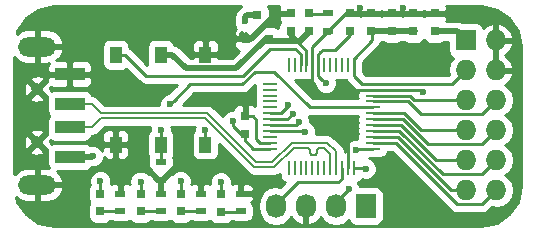
<source format=gbr>
G04 #@! TF.FileFunction,Copper,L1,Top,Signal*
%FSLAX46Y46*%
G04 Gerber Fmt 4.6, Leading zero omitted, Abs format (unit mm)*
G04 Created by KiCad (PCBNEW (2016-09-30 revision 278ee7d)-makepkg) date Sun Nov 13 05:54:16 2016*
%MOMM*%
%LPD*%
G01*
G04 APERTURE LIST*
%ADD10C,0.100000*%
%ADD11C,0.600000*%
%ADD12R,0.750000X0.800000*%
%ADD13R,0.797560X0.797560*%
%ADD14R,0.900000X0.500000*%
%ADD15R,0.250000X1.300000*%
%ADD16R,1.300000X0.250000*%
%ADD17R,2.500000X1.100000*%
%ADD18O,3.225600X1.625600*%
%ADD19C,1.000000*%
%ADD20R,1.727200X2.032000*%
%ADD21O,1.727200X2.032000*%
%ADD22O,1.727200X1.727200*%
%ADD23R,1.727200X1.727200*%
%ADD24R,1.000000X1.400000*%
%ADD25R,0.800100X0.800100*%
%ADD26C,0.508000*%
%ADD27C,0.254000*%
%ADD28C,0.203200*%
G04 APERTURE END LIST*
D10*
D11*
X82225000Y-65350000D03*
X83800000Y-68300000D03*
X83350000Y-50875000D03*
X79675000Y-50875000D03*
X82200000Y-55550000D03*
X78000000Y-57850000D03*
X78250000Y-60550000D03*
X56300000Y-53250000D03*
X60950000Y-62050000D03*
X83125000Y-64125000D03*
X84075000Y-65675000D03*
X68100000Y-58400000D03*
X61700000Y-64500000D03*
X65200000Y-51050000D03*
X55700000Y-67300000D03*
X68650000Y-54600000D03*
D12*
X82400000Y-52800000D03*
X82400000Y-51300000D03*
X69950000Y-61500000D03*
X69950000Y-60000000D03*
X73800000Y-52800000D03*
X73800000Y-51300000D03*
X84200000Y-52800000D03*
X84200000Y-51300000D03*
D13*
X75400000Y-52799300D03*
X75400000Y-51300700D03*
D14*
X62800000Y-65400000D03*
X62800000Y-63900000D03*
D15*
X79150000Y-55650000D03*
X78650000Y-55650000D03*
X78150000Y-55650000D03*
X77650000Y-55650000D03*
X77150000Y-55650000D03*
X76650000Y-55650000D03*
X76150000Y-55650000D03*
X75650000Y-55650000D03*
X75150000Y-55650000D03*
X74650000Y-55650000D03*
X74150000Y-55650000D03*
X73650000Y-55650000D03*
D16*
X72050000Y-57250000D03*
X72050000Y-57750000D03*
X72050000Y-58250000D03*
X72050000Y-58750000D03*
X72050000Y-59250000D03*
X72050000Y-59750000D03*
X72050000Y-60250000D03*
X72050000Y-60750000D03*
X72050000Y-61250000D03*
X72050000Y-61750000D03*
X72050000Y-62250000D03*
X72050000Y-62750000D03*
D15*
X73650000Y-64350000D03*
X74150000Y-64350000D03*
X74650000Y-64350000D03*
X75150000Y-64350000D03*
X75650000Y-64350000D03*
X76150000Y-64350000D03*
X76650000Y-64350000D03*
X77150000Y-64350000D03*
X77650000Y-64350000D03*
X78150000Y-64350000D03*
X78650000Y-64350000D03*
X79150000Y-64350000D03*
D16*
X80750000Y-62750000D03*
X80750000Y-62250000D03*
X80750000Y-61750000D03*
X80750000Y-61250000D03*
X80750000Y-60750000D03*
X80750000Y-60250000D03*
X80750000Y-59750000D03*
X80750000Y-59250000D03*
X80750000Y-58750000D03*
X80750000Y-58250000D03*
X80750000Y-57750000D03*
X80750000Y-57250000D03*
D14*
X77000000Y-51300000D03*
X77000000Y-52800000D03*
D17*
X55100000Y-56450000D03*
X55100000Y-58950000D03*
X55100000Y-60950000D03*
X55100000Y-63450000D03*
D18*
X52350000Y-54100000D03*
X52350000Y-65800000D03*
D19*
X52350000Y-57700000D03*
X52350000Y-62200000D03*
D12*
X80600000Y-52800000D03*
X80600000Y-51300000D03*
D20*
X80180000Y-67600000D03*
D21*
X77640000Y-67600000D03*
X75100000Y-67600000D03*
X72560000Y-67600000D03*
D12*
X78800000Y-52800000D03*
X78800000Y-51300000D03*
D13*
X57700000Y-66550700D03*
X57700000Y-68049300D03*
X61100000Y-66550700D03*
X61100000Y-68049300D03*
X64500000Y-66550700D03*
X64500000Y-68049300D03*
X67900000Y-66600000D03*
X67900000Y-68098600D03*
D14*
X59400000Y-68050000D03*
X59400000Y-66550000D03*
X62800000Y-68050000D03*
X62800000Y-66550000D03*
X66200000Y-68050000D03*
X66200000Y-66550000D03*
X69600000Y-68050000D03*
X69600000Y-66550000D03*
D22*
X91190000Y-66270000D03*
X88650000Y-66270000D03*
X91190000Y-63730000D03*
X88650000Y-63730000D03*
X91190000Y-61190000D03*
X88650000Y-61190000D03*
X91190000Y-58650000D03*
X88650000Y-58650000D03*
X91190000Y-56110000D03*
X88650000Y-56110000D03*
X91190000Y-53570000D03*
D23*
X88650000Y-53570000D03*
D24*
X62800000Y-62400000D03*
X62800000Y-54800000D03*
X66600000Y-62400000D03*
X66600000Y-54800000D03*
X59000000Y-62400000D03*
X59000000Y-54800000D03*
D25*
X71000000Y-51451780D03*
X71950000Y-53450760D03*
X70050000Y-53450760D03*
D12*
X86000000Y-52800000D03*
X86000000Y-51300000D03*
D11*
X80199996Y-64450000D03*
X68900000Y-60400000D03*
X74300008Y-53600000D03*
X78200000Y-61750000D03*
X72550000Y-51350000D03*
X85000000Y-57922990D03*
X75950002Y-58225000D03*
X69925000Y-51975000D03*
X57050000Y-63400000D03*
X76775000Y-57200000D03*
X66600000Y-61200000D03*
X73550000Y-59050000D03*
X57700001Y-65500000D03*
X61100000Y-65550000D03*
X74000000Y-59800000D03*
X64500002Y-65500000D03*
X74536857Y-60505514D03*
X75050000Y-61350000D03*
X67900000Y-65600000D03*
X78750000Y-66150000D03*
X79350000Y-62850000D03*
X62800000Y-61200000D03*
X63600000Y-59000000D03*
D26*
X68400000Y-55932201D02*
X68375000Y-55957201D01*
X64965201Y-55957201D02*
X68375000Y-55957201D01*
X68375000Y-55957201D02*
X69213457Y-55957201D01*
X88485000Y-56275000D02*
X88650000Y-56110000D01*
D27*
X80700000Y-53575000D02*
X80700000Y-53196000D01*
X79150000Y-55125000D02*
X80700000Y-53575000D01*
X80700000Y-53196000D02*
X80700000Y-52800000D01*
X79150000Y-55650000D02*
X79150000Y-55125000D01*
D26*
X73800000Y-52800000D02*
X73800000Y-53099992D01*
X73800000Y-53099992D02*
X74300008Y-53600000D01*
X74300008Y-53600000D02*
X71749240Y-53600000D01*
X71749240Y-53600000D02*
X71600000Y-53450760D01*
D27*
X80099996Y-64350000D02*
X80199996Y-64450000D01*
X79150000Y-64350000D02*
X80099996Y-64350000D01*
X69950000Y-61500000D02*
X69950000Y-62050000D01*
X69950000Y-62050000D02*
X70650000Y-62750000D01*
X70650000Y-62750000D02*
X72050000Y-62750000D01*
X69950000Y-61500000D02*
X69600000Y-61500000D01*
X69600000Y-61500000D02*
X68900000Y-60800000D01*
X68900000Y-60800000D02*
X68900000Y-60400000D01*
X80750000Y-57250000D02*
X87510000Y-57250000D01*
X87510000Y-57250000D02*
X88650000Y-56110000D01*
D26*
X62800000Y-54800000D02*
X63808000Y-54800000D01*
X63808000Y-54800000D02*
X64965201Y-55957201D01*
X69213457Y-55957201D02*
X71600000Y-53570658D01*
X71600000Y-53570658D02*
X71600000Y-53450760D01*
X75400000Y-52849300D02*
X75350700Y-52849300D01*
X75350700Y-52849300D02*
X74600000Y-53600000D01*
X74600000Y-53600000D02*
X74300008Y-53600000D01*
D27*
X75150000Y-55650000D02*
X75150000Y-54449992D01*
X75150000Y-54449992D02*
X74600007Y-53899999D01*
X74600007Y-53899999D02*
X74300008Y-53600000D01*
X80750000Y-57250000D02*
X79846000Y-57250000D01*
X79846000Y-57250000D02*
X79150000Y-56554000D01*
X79150000Y-56554000D02*
X79150000Y-55650000D01*
D26*
X82500000Y-52800000D02*
X80700000Y-52800000D01*
X84300000Y-52800000D02*
X82500000Y-52800000D01*
X80700000Y-52800000D02*
X80607210Y-52800000D01*
X62800000Y-65400000D02*
X62600000Y-65400000D01*
X62600000Y-65400000D02*
X61700000Y-64500000D01*
X63000000Y-65400000D02*
X64425000Y-63975000D01*
X70050000Y-53450760D02*
X70449240Y-53450760D01*
X70449240Y-53450760D02*
X72550000Y-51350000D01*
X70050000Y-53450760D02*
X70050000Y-53100000D01*
X69700000Y-53450760D02*
X69700000Y-53075000D01*
X69700000Y-53450760D02*
X69700000Y-53127698D01*
X72250001Y-51649999D02*
X72550000Y-51350000D01*
D27*
X75650000Y-55650000D02*
X75650000Y-57924998D01*
X62800000Y-65400000D02*
X62800000Y-66550000D01*
X75650000Y-55650000D02*
X75650000Y-54125000D01*
X75650000Y-54125000D02*
X76975000Y-52800000D01*
X76975000Y-52800000D02*
X77000000Y-52800000D01*
X77000000Y-52800000D02*
X78500000Y-51300000D01*
X78500000Y-51300000D02*
X78800000Y-51300000D01*
X78550000Y-51300000D02*
X78800000Y-51300000D01*
X78499999Y-62049999D02*
X78200000Y-61750000D01*
X78650000Y-62200000D02*
X78499999Y-62049999D01*
X78650000Y-64350000D02*
X78650000Y-62200000D01*
X72050000Y-62250000D02*
X71180638Y-62250000D01*
X70900000Y-60300000D02*
X70600000Y-60000000D01*
X71180638Y-62250000D02*
X70900000Y-61969362D01*
X70900000Y-61969362D02*
X70900000Y-60300000D01*
X70600000Y-60000000D02*
X69950000Y-60000000D01*
X73850000Y-51350000D02*
X72550000Y-51350000D01*
X69800000Y-59675000D02*
X69800000Y-59650000D01*
X63000000Y-65400000D02*
X62800000Y-65400000D01*
X55100000Y-56450000D02*
X55100000Y-53200000D01*
X55100000Y-53200000D02*
X57000000Y-51300000D01*
X57000000Y-51300000D02*
X59200000Y-51300000D01*
X80750000Y-57750000D02*
X84827010Y-57750000D01*
X84827010Y-57750000D02*
X85000000Y-57922990D01*
X76374266Y-58225000D02*
X75950002Y-58225000D01*
X78000000Y-57850000D02*
X77625000Y-58225000D01*
X75650003Y-57925001D02*
X75950002Y-58225000D01*
X75650000Y-57924998D02*
X75650003Y-57925001D01*
X77625000Y-58225000D02*
X76374266Y-58225000D01*
X80750000Y-57750000D02*
X78100000Y-57750000D01*
X78100000Y-57750000D02*
X78000000Y-57850000D01*
D26*
X69925000Y-51618730D02*
X69925000Y-51975000D01*
X71000000Y-51451780D02*
X70091950Y-51451780D01*
X70091950Y-51451780D02*
X69925000Y-51618730D01*
X86100000Y-52800000D02*
X87880000Y-52800000D01*
X87880000Y-52800000D02*
X88650000Y-53570000D01*
X57000000Y-63450000D02*
X57050000Y-63400000D01*
X55100000Y-63450000D02*
X57000000Y-63450000D01*
D27*
X77000000Y-51350000D02*
X75400700Y-51350000D01*
X75400700Y-51350000D02*
X75400000Y-51350700D01*
X57700000Y-68049300D02*
X59399300Y-68049300D01*
X59399300Y-68049300D02*
X59400000Y-68050000D01*
X61100000Y-68049300D02*
X62799300Y-68049300D01*
X62799300Y-68049300D02*
X62800000Y-68050000D01*
X64500000Y-68049300D02*
X66199300Y-68049300D01*
X66199300Y-68049300D02*
X66200000Y-68050000D01*
X67900000Y-68098600D02*
X69551400Y-68098600D01*
X69551400Y-68098600D02*
X69600000Y-68050000D01*
X76194799Y-54735839D02*
X76330638Y-54600000D01*
X76330638Y-54600000D02*
X76555638Y-54375000D01*
X76150000Y-55650000D02*
X76150000Y-54780638D01*
X76150000Y-54780638D02*
X76330638Y-54600000D01*
X76475001Y-56900001D02*
X76775000Y-57200000D01*
X76150000Y-55650000D02*
X76150000Y-56575000D01*
X76150000Y-56575000D02*
X76475001Y-56900001D01*
X76555638Y-54375000D02*
X77575000Y-54375000D01*
X77575000Y-54375000D02*
X78800000Y-53150000D01*
X78800000Y-53150000D02*
X78800000Y-52800000D01*
X76150000Y-55650000D02*
X76150000Y-55150000D01*
X66600000Y-62400000D02*
X66600000Y-61200000D01*
X73550000Y-59154000D02*
X73550000Y-59050000D01*
X72050000Y-59750000D02*
X72954000Y-59750000D01*
X72954000Y-59750000D02*
X73550000Y-59154000D01*
X57700000Y-66550700D02*
X57700000Y-65500000D01*
X61100000Y-66550700D02*
X61100000Y-65500000D01*
X73550000Y-60250000D02*
X73700001Y-60099999D01*
X72050000Y-60250000D02*
X73550000Y-60250000D01*
X73700001Y-60099999D02*
X74000000Y-59800000D01*
X64500000Y-66550700D02*
X64500000Y-65500000D01*
X72050000Y-60750000D02*
X74292371Y-60750000D01*
X74292371Y-60750000D02*
X74536857Y-60505514D01*
X74950000Y-61250000D02*
X75050000Y-61350000D01*
X72050000Y-61250000D02*
X74950000Y-61250000D01*
X67900000Y-66600000D02*
X67900000Y-65600000D01*
X87428686Y-58650000D02*
X88650000Y-58650000D01*
X84296592Y-58650000D02*
X87428686Y-58650000D01*
X83896592Y-58250000D02*
X84296592Y-58650000D01*
X80750000Y-58250000D02*
X83896592Y-58250000D01*
X89996199Y-59843801D02*
X90326401Y-59513599D01*
X80750000Y-58750000D02*
X83750000Y-58750000D01*
X83750000Y-58750000D02*
X84843801Y-59843801D01*
X84843801Y-59843801D02*
X89996199Y-59843801D01*
X90326401Y-59513599D02*
X91190000Y-58650000D01*
X80750000Y-59750000D02*
X81350000Y-59750000D01*
X80750000Y-59750000D02*
X83450000Y-59750000D01*
X83450000Y-59750000D02*
X84890000Y-61190000D01*
X84890000Y-61190000D02*
X88650000Y-61190000D01*
X80750000Y-60250000D02*
X83303408Y-60250000D01*
X89996199Y-62383801D02*
X90326401Y-62053599D01*
X90326401Y-62053599D02*
X91190000Y-61190000D01*
X83303408Y-60250000D02*
X85437209Y-62383801D01*
X85437209Y-62383801D02*
X89996199Y-62383801D01*
X87428686Y-63730000D02*
X88650000Y-63730000D01*
X86136815Y-63730000D02*
X87428686Y-63730000D01*
X80750000Y-60750000D02*
X83156815Y-60750000D01*
X83156815Y-60750000D02*
X86136815Y-63730000D01*
X86684023Y-64923801D02*
X89996199Y-64923801D01*
X80750000Y-61250000D02*
X83010222Y-61250000D01*
X90326401Y-64593599D02*
X91190000Y-63730000D01*
X89996199Y-64923801D02*
X90326401Y-64593599D01*
X83010222Y-61250000D02*
X86684023Y-64923801D01*
X87428686Y-66270000D02*
X88650000Y-66270000D01*
X87383629Y-66270000D02*
X87428686Y-66270000D01*
X80750000Y-61750000D02*
X82863629Y-61750000D01*
X82863629Y-61750000D02*
X87383629Y-66270000D01*
X89996199Y-67463801D02*
X90326401Y-67133599D01*
X87913801Y-67463801D02*
X89996199Y-67463801D01*
X82700000Y-62250000D02*
X87913801Y-67463801D01*
X90326401Y-67133599D02*
X91190000Y-66270000D01*
X80750000Y-62250000D02*
X82700000Y-62250000D01*
D28*
X77150000Y-64350000D02*
X77150000Y-63200000D01*
X76162953Y-62718651D02*
X76115450Y-62766154D01*
X75450000Y-63011289D02*
X75450000Y-62953200D01*
X75562953Y-63245839D02*
X75515450Y-63198336D01*
X77150000Y-63200000D02*
X76603200Y-62653200D01*
X75515450Y-63198336D02*
X75479709Y-63141455D01*
X76603200Y-62653200D02*
X76350000Y-62653200D01*
X75984549Y-63198336D02*
X75937046Y-63245839D01*
X76350000Y-62653200D02*
X76283243Y-62660722D01*
X76050000Y-62953200D02*
X76050000Y-63011289D01*
X76042478Y-63078046D02*
X76020290Y-63141455D01*
X66565832Y-60153200D02*
X57771800Y-60153200D01*
X76283243Y-62660722D02*
X76219834Y-62682910D01*
X75280165Y-62682910D02*
X75216756Y-62660722D01*
X76219834Y-62682910D02*
X76162953Y-62718651D01*
X75457521Y-63078046D02*
X75450000Y-63011289D01*
X76079709Y-62823035D02*
X76057521Y-62886444D01*
X76115450Y-62766154D02*
X76079709Y-62823035D01*
X76057521Y-62886444D02*
X76050000Y-62953200D01*
X75420290Y-62823035D02*
X75384549Y-62766154D01*
X75479709Y-63141455D02*
X75457521Y-63078046D01*
X76050000Y-63011289D02*
X76042478Y-63078046D01*
X76020290Y-63141455D02*
X75984549Y-63198336D01*
X75937046Y-63245839D02*
X75880165Y-63281580D01*
X75442478Y-62886444D02*
X75420290Y-62823035D01*
X75880165Y-63281580D02*
X75816756Y-63303768D01*
X75816756Y-63303768D02*
X75750000Y-63311289D01*
X75683243Y-63303768D02*
X75619834Y-63281580D01*
X75750000Y-63311289D02*
X75683243Y-63303768D01*
X75619834Y-63281580D02*
X75562953Y-63245839D01*
X75216756Y-62660722D02*
X75150000Y-62653200D01*
X75450000Y-62953200D02*
X75442478Y-62886444D01*
X75384549Y-62766154D02*
X75337046Y-62718651D01*
X75337046Y-62718651D02*
X75280165Y-62682910D01*
X75150000Y-62653200D02*
X74084168Y-62653200D01*
X74084168Y-62653200D02*
X72434168Y-64303200D01*
X72434168Y-64303200D02*
X70715832Y-64303200D01*
X70715832Y-64303200D02*
X66565832Y-60153200D01*
X57771800Y-60153200D02*
X56975000Y-60950000D01*
X56975000Y-60950000D02*
X55100000Y-60950000D01*
X55100000Y-58950000D02*
X56975000Y-58950000D01*
X56975000Y-58950000D02*
X57771800Y-59746800D01*
X57771800Y-59746800D02*
X66734168Y-59746800D01*
X66734168Y-59746800D02*
X70884168Y-63896800D01*
X76916718Y-62246800D02*
X77650000Y-62980082D01*
X70884168Y-63896800D02*
X72265832Y-63896800D01*
X72265832Y-63896800D02*
X73915832Y-62246800D01*
X73915832Y-62246800D02*
X76916718Y-62246800D01*
X77650000Y-62980082D02*
X77650000Y-63375000D01*
X77650000Y-63375000D02*
X77650000Y-64350000D01*
D27*
X74407600Y-65600000D02*
X77858960Y-65600000D01*
X77858960Y-65600000D02*
X78150000Y-65308960D01*
X78150000Y-65308960D02*
X78150000Y-65254000D01*
X72560000Y-67600000D02*
X72560000Y-67447600D01*
X72560000Y-67447600D02*
X74407600Y-65600000D01*
X78150000Y-65254000D02*
X78150000Y-64350000D01*
X77640000Y-67600000D02*
X77640000Y-67260000D01*
X77640000Y-67260000D02*
X78750000Y-66150000D01*
X79450000Y-62750000D02*
X79350000Y-62850000D01*
X80750000Y-62750000D02*
X79450000Y-62750000D01*
X77640000Y-67460000D02*
X77640000Y-67600000D01*
X80750000Y-59250000D02*
X75419362Y-59250000D01*
X63899999Y-58700001D02*
X63600000Y-59000000D01*
X75419362Y-59250000D02*
X72419362Y-56250000D01*
X72419362Y-56250000D02*
X70756995Y-56250000D01*
X70756995Y-56250000D02*
X69706995Y-57300000D01*
X69706995Y-57300000D02*
X65300000Y-57300000D01*
X65300000Y-57300000D02*
X63899999Y-58700001D01*
X62800000Y-61200000D02*
X62800000Y-62400000D01*
X62800000Y-63900000D02*
X62800000Y-62400000D01*
X74650000Y-55650000D02*
X74650000Y-54746000D01*
X59754000Y-54800000D02*
X59000000Y-54800000D01*
X74650000Y-54746000D02*
X74204000Y-54300000D01*
X74204000Y-54300000D02*
X72060402Y-54300000D01*
X72060402Y-54300000D02*
X69760402Y-56600000D01*
X61554000Y-56600000D02*
X59754000Y-54800000D01*
X69760402Y-56600000D02*
X61554000Y-56600000D01*
G36*
X69492062Y-50803965D02*
X69463332Y-50823162D01*
X69296382Y-50990112D01*
X69103671Y-51278524D01*
X69036000Y-51618730D01*
X69036000Y-51677811D01*
X68990162Y-51788201D01*
X68989838Y-52160167D01*
X69131883Y-52503943D01*
X69215215Y-52587420D01*
X69111623Y-52691011D01*
X69014950Y-52924400D01*
X69014950Y-53165010D01*
X69173700Y-53323760D01*
X69923000Y-53323760D01*
X69923000Y-53303760D01*
X70177000Y-53303760D01*
X70177000Y-53323760D01*
X70197000Y-53323760D01*
X70197000Y-53577760D01*
X70177000Y-53577760D01*
X70177000Y-53597760D01*
X69923000Y-53597760D01*
X69923000Y-53577760D01*
X69173700Y-53577760D01*
X69014950Y-53736510D01*
X69014950Y-53977120D01*
X69111623Y-54210509D01*
X69290252Y-54389137D01*
X69455738Y-54457684D01*
X68845221Y-55068201D01*
X68525683Y-55068201D01*
X68400000Y-55043201D01*
X68274316Y-55068201D01*
X67717451Y-55068201D01*
X67576250Y-54927000D01*
X66727000Y-54927000D01*
X66727000Y-54947000D01*
X66473000Y-54947000D01*
X66473000Y-54927000D01*
X65623750Y-54927000D01*
X65482549Y-55068201D01*
X65333437Y-55068201D01*
X64436618Y-54171382D01*
X64387878Y-54138815D01*
X64148206Y-53978671D01*
X64123165Y-53973690D01*
X65465000Y-53973690D01*
X65465000Y-54514250D01*
X65623750Y-54673000D01*
X66473000Y-54673000D01*
X66473000Y-53623750D01*
X66727000Y-53623750D01*
X66727000Y-54673000D01*
X67576250Y-54673000D01*
X67735000Y-54514250D01*
X67735000Y-53973690D01*
X67638327Y-53740301D01*
X67459698Y-53561673D01*
X67226309Y-53465000D01*
X66885750Y-53465000D01*
X66727000Y-53623750D01*
X66473000Y-53623750D01*
X66314250Y-53465000D01*
X65973691Y-53465000D01*
X65740302Y-53561673D01*
X65561673Y-53740301D01*
X65465000Y-53973690D01*
X64123165Y-53973690D01*
X63914042Y-53932093D01*
X63898157Y-53852235D01*
X63757809Y-53642191D01*
X63547765Y-53501843D01*
X63300000Y-53452560D01*
X62300000Y-53452560D01*
X62052235Y-53501843D01*
X61842191Y-53642191D01*
X61701843Y-53852235D01*
X61652560Y-54100000D01*
X61652560Y-55500000D01*
X61682587Y-55650956D01*
X60292815Y-54261185D01*
X60244075Y-54228618D01*
X60147440Y-54164048D01*
X60147440Y-54100000D01*
X60098157Y-53852235D01*
X59957809Y-53642191D01*
X59747765Y-53501843D01*
X59500000Y-53452560D01*
X58500000Y-53452560D01*
X58252235Y-53501843D01*
X58042191Y-53642191D01*
X57901843Y-53852235D01*
X57852560Y-54100000D01*
X57852560Y-55500000D01*
X57901843Y-55747765D01*
X58042191Y-55957809D01*
X58252235Y-56098157D01*
X58500000Y-56147440D01*
X59500000Y-56147440D01*
X59747765Y-56098157D01*
X59883698Y-56007329D01*
X61015184Y-57138815D01*
X61193551Y-57257996D01*
X61262395Y-57303996D01*
X61554000Y-57362000D01*
X64160369Y-57362000D01*
X63457495Y-58064875D01*
X63414833Y-58064838D01*
X63071057Y-58206883D01*
X62807808Y-58469673D01*
X62665162Y-58813201D01*
X62664990Y-59010200D01*
X58076910Y-59010200D01*
X57495855Y-58429145D01*
X57256885Y-58269470D01*
X56975000Y-58213400D01*
X56960323Y-58213400D01*
X56948157Y-58152235D01*
X56807809Y-57942191D01*
X56597765Y-57801843D01*
X56350000Y-57752560D01*
X53850000Y-57752560D01*
X53602235Y-57801843D01*
X53486783Y-57878986D01*
X53498112Y-57845028D01*
X53475333Y-57523359D01*
X53490301Y-57538327D01*
X53723690Y-57635000D01*
X54814250Y-57635000D01*
X54973000Y-57476250D01*
X54973000Y-56577000D01*
X55227000Y-56577000D01*
X55227000Y-57476250D01*
X55385750Y-57635000D01*
X56476310Y-57635000D01*
X56709699Y-57538327D01*
X56888327Y-57359698D01*
X56985000Y-57126309D01*
X56985000Y-56735750D01*
X56826250Y-56577000D01*
X55227000Y-56577000D01*
X54973000Y-56577000D01*
X53373750Y-56577000D01*
X53215000Y-56735750D01*
X53215000Y-57102434D01*
X53140104Y-57089501D01*
X52529605Y-57700000D01*
X53140104Y-58310499D01*
X53223218Y-58296146D01*
X53202560Y-58400000D01*
X53202560Y-59500000D01*
X53251843Y-59747765D01*
X53386973Y-59950000D01*
X53251843Y-60152235D01*
X53202560Y-60400000D01*
X53202560Y-61500000D01*
X53223218Y-61603854D01*
X53140104Y-61589501D01*
X52529605Y-62200000D01*
X53140104Y-62810499D01*
X53223218Y-62796146D01*
X53202560Y-62900000D01*
X53202560Y-64000000D01*
X53251843Y-64247765D01*
X53332429Y-64368370D01*
X53277000Y-64352200D01*
X52477000Y-64352200D01*
X52477000Y-65673000D01*
X54432779Y-65673000D01*
X54554596Y-65448951D01*
X54536194Y-65363283D01*
X54263552Y-64866053D01*
X53991293Y-64647440D01*
X56350000Y-64647440D01*
X56597765Y-64598157D01*
X56807809Y-64457809D01*
X56887195Y-64339000D01*
X57000000Y-64339000D01*
X57020236Y-64334975D01*
X57235167Y-64335162D01*
X57578943Y-64193117D01*
X57842192Y-63930327D01*
X57984838Y-63586799D01*
X57984928Y-63482954D01*
X58140302Y-63638327D01*
X58373691Y-63735000D01*
X58714250Y-63735000D01*
X58873000Y-63576250D01*
X58873000Y-62527000D01*
X59127000Y-62527000D01*
X59127000Y-63576250D01*
X59285750Y-63735000D01*
X59626309Y-63735000D01*
X59859698Y-63638327D01*
X60038327Y-63459699D01*
X60135000Y-63226310D01*
X60135000Y-62685750D01*
X59976250Y-62527000D01*
X59127000Y-62527000D01*
X58873000Y-62527000D01*
X58023750Y-62527000D01*
X57865000Y-62685750D01*
X57865000Y-62924018D01*
X57843117Y-62871057D01*
X57580327Y-62607808D01*
X57236799Y-62465162D01*
X56864833Y-62464838D01*
X56832005Y-62478402D01*
X56807809Y-62442191D01*
X56597765Y-62301843D01*
X56350000Y-62252560D01*
X53850000Y-62252560D01*
X53602235Y-62301843D01*
X53486783Y-62378986D01*
X53498112Y-62345028D01*
X53474590Y-62012867D01*
X53602235Y-62098157D01*
X53850000Y-62147440D01*
X56350000Y-62147440D01*
X56597765Y-62098157D01*
X56807809Y-61957809D01*
X56948157Y-61747765D01*
X56960323Y-61686600D01*
X56975000Y-61686600D01*
X57256885Y-61630530D01*
X57341951Y-61573690D01*
X57865000Y-61573690D01*
X57865000Y-62114250D01*
X58023750Y-62273000D01*
X58873000Y-62273000D01*
X58873000Y-61223750D01*
X59127000Y-61223750D01*
X59127000Y-62273000D01*
X59976250Y-62273000D01*
X60135000Y-62114250D01*
X60135000Y-61573690D01*
X60038327Y-61340301D01*
X59859698Y-61161673D01*
X59626309Y-61065000D01*
X59285750Y-61065000D01*
X59127000Y-61223750D01*
X58873000Y-61223750D01*
X58714250Y-61065000D01*
X58373691Y-61065000D01*
X58140302Y-61161673D01*
X57961673Y-61340301D01*
X57865000Y-61573690D01*
X57341951Y-61573690D01*
X57495855Y-61470855D01*
X58076910Y-60889800D01*
X61916403Y-60889800D01*
X61865162Y-61013201D01*
X61864976Y-61226967D01*
X61842191Y-61242191D01*
X61701843Y-61452235D01*
X61652560Y-61700000D01*
X61652560Y-63100000D01*
X61701843Y-63347765D01*
X61748722Y-63417924D01*
X61702560Y-63650000D01*
X61702560Y-64150000D01*
X61751843Y-64397765D01*
X61892191Y-64607809D01*
X61953320Y-64648654D01*
X61811673Y-64790302D01*
X61768005Y-64895726D01*
X61630327Y-64757808D01*
X61286799Y-64615162D01*
X60914833Y-64614838D01*
X60571057Y-64756883D01*
X60307808Y-65019673D01*
X60165162Y-65363201D01*
X60164838Y-65735167D01*
X60168788Y-65744727D01*
X59976310Y-65665000D01*
X59685750Y-65665000D01*
X59527000Y-65823750D01*
X59527000Y-66425000D01*
X59547000Y-66425000D01*
X59547000Y-66675000D01*
X59527000Y-66675000D01*
X59527000Y-66697000D01*
X59273000Y-66697000D01*
X59273000Y-66675000D01*
X59253000Y-66675000D01*
X59253000Y-66425000D01*
X59273000Y-66425000D01*
X59273000Y-65823750D01*
X59114250Y-65665000D01*
X58823690Y-65665000D01*
X58606542Y-65754946D01*
X58634839Y-65686799D01*
X58635163Y-65314833D01*
X58493118Y-64971057D01*
X58230328Y-64707808D01*
X57886800Y-64565162D01*
X57514834Y-64564838D01*
X57171058Y-64706883D01*
X56907809Y-64969673D01*
X56765163Y-65313201D01*
X56764839Y-65685167D01*
X56797145Y-65763353D01*
X56703063Y-65904155D01*
X56653780Y-66151920D01*
X56653780Y-66949480D01*
X56703063Y-67197245D01*
X56771722Y-67300000D01*
X56703063Y-67402755D01*
X56653780Y-67650520D01*
X56653780Y-68448080D01*
X56703063Y-68695845D01*
X56843411Y-68905889D01*
X57053455Y-69046237D01*
X57301220Y-69095520D01*
X58098780Y-69095520D01*
X58346545Y-69046237D01*
X58556589Y-68905889D01*
X58605116Y-68833264D01*
X58702235Y-68898157D01*
X58950000Y-68947440D01*
X59850000Y-68947440D01*
X60097765Y-68898157D01*
X60194884Y-68833264D01*
X60243411Y-68905889D01*
X60453455Y-69046237D01*
X60701220Y-69095520D01*
X61498780Y-69095520D01*
X61746545Y-69046237D01*
X61956589Y-68905889D01*
X62005116Y-68833264D01*
X62102235Y-68898157D01*
X62350000Y-68947440D01*
X63250000Y-68947440D01*
X63497765Y-68898157D01*
X63594884Y-68833264D01*
X63643411Y-68905889D01*
X63853455Y-69046237D01*
X64101220Y-69095520D01*
X64898780Y-69095520D01*
X65146545Y-69046237D01*
X65356589Y-68905889D01*
X65405116Y-68833264D01*
X65502235Y-68898157D01*
X65750000Y-68947440D01*
X66650000Y-68947440D01*
X66897765Y-68898157D01*
X66972110Y-68848481D01*
X67043411Y-68955189D01*
X67253455Y-69095537D01*
X67501220Y-69144820D01*
X68298780Y-69144820D01*
X68546545Y-69095537D01*
X68756589Y-68955189D01*
X68819792Y-68860600D01*
X68846027Y-68860600D01*
X68902235Y-68898157D01*
X69150000Y-68947440D01*
X70050000Y-68947440D01*
X70297765Y-68898157D01*
X70507809Y-68757809D01*
X70648157Y-68547765D01*
X70697440Y-68300000D01*
X70697440Y-67800000D01*
X70648157Y-67552235D01*
X70507809Y-67342191D01*
X70446680Y-67301346D01*
X70588327Y-67159698D01*
X70685000Y-66926309D01*
X70685000Y-66833750D01*
X70526250Y-66675000D01*
X69727000Y-66675000D01*
X69727000Y-66697000D01*
X69473000Y-66697000D01*
X69473000Y-66675000D01*
X69453000Y-66675000D01*
X69453000Y-66425000D01*
X69473000Y-66425000D01*
X69473000Y-65823750D01*
X69727000Y-65823750D01*
X69727000Y-66425000D01*
X70526250Y-66425000D01*
X70685000Y-66266250D01*
X70685000Y-66173691D01*
X70588327Y-65940302D01*
X70409699Y-65761673D01*
X70176310Y-65665000D01*
X69885750Y-65665000D01*
X69727000Y-65823750D01*
X69473000Y-65823750D01*
X69314250Y-65665000D01*
X69023690Y-65665000D01*
X68834876Y-65743209D01*
X68835162Y-65414833D01*
X68693117Y-65071057D01*
X68430327Y-64807808D01*
X68086799Y-64665162D01*
X67714833Y-64664838D01*
X67371057Y-64806883D01*
X67107808Y-65069673D01*
X66965162Y-65413201D01*
X66964875Y-65743106D01*
X66776310Y-65665000D01*
X66485750Y-65665000D01*
X66327000Y-65823750D01*
X66327000Y-66425000D01*
X66347000Y-66425000D01*
X66347000Y-66675000D01*
X66327000Y-66675000D01*
X66327000Y-66697000D01*
X66073000Y-66697000D01*
X66073000Y-66675000D01*
X66053000Y-66675000D01*
X66053000Y-66425000D01*
X66073000Y-66425000D01*
X66073000Y-65823750D01*
X65914250Y-65665000D01*
X65623690Y-65665000D01*
X65406543Y-65754945D01*
X65434840Y-65686799D01*
X65435164Y-65314833D01*
X65293119Y-64971057D01*
X65030329Y-64707808D01*
X64686801Y-64565162D01*
X64314835Y-64564838D01*
X63971059Y-64706883D01*
X63817337Y-64860337D01*
X63788327Y-64790302D01*
X63646680Y-64648654D01*
X63707809Y-64607809D01*
X63848157Y-64397765D01*
X63897440Y-64150000D01*
X63897440Y-63650000D01*
X63851278Y-63417924D01*
X63898157Y-63347765D01*
X63947440Y-63100000D01*
X63947440Y-61700000D01*
X63898157Y-61452235D01*
X63757809Y-61242191D01*
X63734977Y-61226935D01*
X63735162Y-61014833D01*
X63683500Y-60889800D01*
X65716403Y-60889800D01*
X65665162Y-61013201D01*
X65664976Y-61226967D01*
X65642191Y-61242191D01*
X65501843Y-61452235D01*
X65452560Y-61700000D01*
X65452560Y-63100000D01*
X65501843Y-63347765D01*
X65642191Y-63557809D01*
X65852235Y-63698157D01*
X66100000Y-63747440D01*
X67100000Y-63747440D01*
X67347765Y-63698157D01*
X67557809Y-63557809D01*
X67698157Y-63347765D01*
X67747440Y-63100000D01*
X67747440Y-62376518D01*
X70194977Y-64824055D01*
X70433947Y-64983730D01*
X70715832Y-65039800D01*
X72434168Y-65039800D01*
X72716053Y-64983730D01*
X72877560Y-64875814D01*
X72877560Y-65000000D01*
X72926843Y-65247765D01*
X73067191Y-65457809D01*
X73277235Y-65598157D01*
X73322758Y-65607212D01*
X72938105Y-65991865D01*
X72560000Y-65916655D01*
X71986511Y-66030729D01*
X71500330Y-66355585D01*
X71175474Y-66841766D01*
X71061400Y-67415255D01*
X71061400Y-67784745D01*
X71175474Y-68358234D01*
X71500330Y-68844415D01*
X71986511Y-69169271D01*
X72560000Y-69283345D01*
X73133489Y-69169271D01*
X73619670Y-68844415D01*
X73826461Y-68534931D01*
X74197964Y-68950732D01*
X74725209Y-69204709D01*
X74740974Y-69207358D01*
X74973000Y-69086217D01*
X74973000Y-67727000D01*
X74953000Y-67727000D01*
X74953000Y-67473000D01*
X74973000Y-67473000D01*
X74973000Y-67453000D01*
X75227000Y-67453000D01*
X75227000Y-67473000D01*
X75247000Y-67473000D01*
X75247000Y-67727000D01*
X75227000Y-67727000D01*
X75227000Y-69086217D01*
X75459026Y-69207358D01*
X75474791Y-69204709D01*
X76002036Y-68950732D01*
X76373539Y-68534931D01*
X76580330Y-68844415D01*
X77066511Y-69169271D01*
X77640000Y-69283345D01*
X78213489Y-69169271D01*
X78699670Y-68844415D01*
X78711016Y-68827434D01*
X78718243Y-68863765D01*
X78858591Y-69073809D01*
X79068635Y-69214157D01*
X79316400Y-69263440D01*
X81043600Y-69263440D01*
X81291365Y-69214157D01*
X81501409Y-69073809D01*
X81641757Y-68863765D01*
X81691040Y-68616000D01*
X81691040Y-66584000D01*
X81641757Y-66336235D01*
X81501409Y-66126191D01*
X81291365Y-65985843D01*
X81043600Y-65936560D01*
X79673480Y-65936560D01*
X79543117Y-65621057D01*
X79520672Y-65598573D01*
X79522765Y-65598157D01*
X79732809Y-65457809D01*
X79831876Y-65309546D01*
X80013197Y-65384838D01*
X80385163Y-65385162D01*
X80728939Y-65243117D01*
X80992188Y-64980327D01*
X81134834Y-64636799D01*
X81135158Y-64264833D01*
X80993113Y-63921057D01*
X80730323Y-63657808D01*
X80404322Y-63522440D01*
X81400000Y-63522440D01*
X81647765Y-63473157D01*
X81857809Y-63332809D01*
X81998157Y-63122765D01*
X82020189Y-63012000D01*
X82384370Y-63012000D01*
X87374986Y-68002616D01*
X87622196Y-68167797D01*
X87913801Y-68225801D01*
X89996199Y-68225801D01*
X90287804Y-68167797D01*
X90535014Y-68002616D01*
X90834002Y-67703628D01*
X91160641Y-67768600D01*
X91219359Y-67768600D01*
X91792848Y-67654526D01*
X92279029Y-67329670D01*
X92603885Y-66843489D01*
X92717959Y-66270000D01*
X92603885Y-65696511D01*
X92279029Y-65210330D01*
X91964248Y-65000000D01*
X92279029Y-64789670D01*
X92603885Y-64303489D01*
X92717959Y-63730000D01*
X92603885Y-63156511D01*
X92279029Y-62670330D01*
X91964248Y-62460000D01*
X92279029Y-62249670D01*
X92603885Y-61763489D01*
X92717959Y-61190000D01*
X92603885Y-60616511D01*
X92279029Y-60130330D01*
X91964248Y-59920000D01*
X92279029Y-59709670D01*
X92603885Y-59223489D01*
X92717959Y-58650000D01*
X92603885Y-58076511D01*
X92279029Y-57590330D01*
X91955772Y-57374336D01*
X92078490Y-57316821D01*
X92472688Y-56884947D01*
X92644958Y-56469026D01*
X92523817Y-56237000D01*
X91317000Y-56237000D01*
X91317000Y-56257000D01*
X91063000Y-56257000D01*
X91063000Y-56237000D01*
X91043000Y-56237000D01*
X91043000Y-55983000D01*
X91063000Y-55983000D01*
X91063000Y-53697000D01*
X91317000Y-53697000D01*
X91317000Y-55983000D01*
X92523817Y-55983000D01*
X92644958Y-55750974D01*
X92472688Y-55335053D01*
X92078490Y-54903179D01*
X91943687Y-54840000D01*
X92078490Y-54776821D01*
X92472688Y-54344947D01*
X92644958Y-53929026D01*
X92523817Y-53697000D01*
X91317000Y-53697000D01*
X91063000Y-53697000D01*
X91043000Y-53697000D01*
X91043000Y-53443000D01*
X91063000Y-53443000D01*
X91063000Y-52235531D01*
X91317000Y-52235531D01*
X91317000Y-53443000D01*
X92523817Y-53443000D01*
X92644958Y-53210974D01*
X92472688Y-52795053D01*
X92078490Y-52363179D01*
X91549027Y-52115032D01*
X91317000Y-52235531D01*
X91063000Y-52235531D01*
X90830973Y-52115032D01*
X90301510Y-52363179D01*
X90130119Y-52550950D01*
X90111757Y-52458635D01*
X89971409Y-52248591D01*
X89761365Y-52108243D01*
X89513600Y-52058960D01*
X88340367Y-52058960D01*
X88220206Y-51978671D01*
X87880000Y-51911000D01*
X86974920Y-51911000D01*
X87010000Y-51826309D01*
X87010000Y-51585750D01*
X86851250Y-51427000D01*
X86127000Y-51427000D01*
X86127000Y-51447000D01*
X85873000Y-51447000D01*
X85873000Y-51427000D01*
X85148750Y-51427000D01*
X85100000Y-51475750D01*
X85051250Y-51427000D01*
X84327000Y-51427000D01*
X84327000Y-51447000D01*
X84073000Y-51447000D01*
X84073000Y-51427000D01*
X83348750Y-51427000D01*
X83300000Y-51475750D01*
X83251250Y-51427000D01*
X82527000Y-51427000D01*
X82527000Y-51447000D01*
X82273000Y-51447000D01*
X82273000Y-51427000D01*
X81548750Y-51427000D01*
X81500000Y-51475750D01*
X81451250Y-51427000D01*
X80727000Y-51427000D01*
X80727000Y-51447000D01*
X80473000Y-51447000D01*
X80473000Y-51427000D01*
X79748750Y-51427000D01*
X79700000Y-51475750D01*
X79651250Y-51427000D01*
X78927000Y-51427000D01*
X78927000Y-51447000D01*
X78673000Y-51447000D01*
X78673000Y-51427000D01*
X78653000Y-51427000D01*
X78653000Y-51173000D01*
X78673000Y-51173000D01*
X78673000Y-51153000D01*
X78927000Y-51153000D01*
X78927000Y-51173000D01*
X79651250Y-51173000D01*
X79700000Y-51124250D01*
X79748750Y-51173000D01*
X80473000Y-51173000D01*
X80473000Y-51153000D01*
X80727000Y-51153000D01*
X80727000Y-51173000D01*
X81451250Y-51173000D01*
X81500000Y-51124250D01*
X81548750Y-51173000D01*
X82273000Y-51173000D01*
X82273000Y-51153000D01*
X82527000Y-51153000D01*
X82527000Y-51173000D01*
X83251250Y-51173000D01*
X83300000Y-51124250D01*
X83348750Y-51173000D01*
X84073000Y-51173000D01*
X84073000Y-51153000D01*
X84327000Y-51153000D01*
X84327000Y-51173000D01*
X85051250Y-51173000D01*
X85100000Y-51124250D01*
X85148750Y-51173000D01*
X85873000Y-51173000D01*
X85873000Y-51153000D01*
X86127000Y-51153000D01*
X86127000Y-51173000D01*
X86851250Y-51173000D01*
X87010000Y-51014250D01*
X87010000Y-50773691D01*
X86983618Y-50710000D01*
X89930069Y-50710000D01*
X91253707Y-50973288D01*
X92316546Y-51683454D01*
X93026712Y-52746295D01*
X93290000Y-54069931D01*
X93290000Y-65930069D01*
X93026712Y-67253705D01*
X92316546Y-68316546D01*
X91253707Y-69026712D01*
X89930069Y-69290000D01*
X53769931Y-69290000D01*
X52446295Y-69026712D01*
X51383454Y-68316546D01*
X50673288Y-67253707D01*
X50595268Y-66861473D01*
X50878618Y-67088992D01*
X51423000Y-67247800D01*
X52223000Y-67247800D01*
X52223000Y-65927000D01*
X52477000Y-65927000D01*
X52477000Y-67247800D01*
X53277000Y-67247800D01*
X53821382Y-67088992D01*
X54263552Y-66733947D01*
X54536194Y-66236717D01*
X54554596Y-66151049D01*
X54432779Y-65927000D01*
X52477000Y-65927000D01*
X52223000Y-65927000D01*
X52203000Y-65927000D01*
X52203000Y-65673000D01*
X52223000Y-65673000D01*
X52223000Y-64352200D01*
X51423000Y-64352200D01*
X50878618Y-64511008D01*
X50436448Y-64866053D01*
X50410000Y-64914287D01*
X50410000Y-62990104D01*
X51739501Y-62990104D01*
X51776648Y-63205217D01*
X52204972Y-63348112D01*
X52655375Y-63316217D01*
X52923352Y-63205217D01*
X52960499Y-62990104D01*
X52350000Y-62379605D01*
X51739501Y-62990104D01*
X50410000Y-62990104D01*
X50410000Y-62054972D01*
X51201888Y-62054972D01*
X51233783Y-62505375D01*
X51344783Y-62773352D01*
X51559896Y-62810499D01*
X52170395Y-62200000D01*
X51559896Y-61589501D01*
X51344783Y-61626648D01*
X51201888Y-62054972D01*
X50410000Y-62054972D01*
X50410000Y-61409896D01*
X51739501Y-61409896D01*
X52350000Y-62020395D01*
X52960499Y-61409896D01*
X52923352Y-61194783D01*
X52495028Y-61051888D01*
X52044625Y-61083783D01*
X51776648Y-61194783D01*
X51739501Y-61409896D01*
X50410000Y-61409896D01*
X50410000Y-58490104D01*
X51739501Y-58490104D01*
X51776648Y-58705217D01*
X52204972Y-58848112D01*
X52655375Y-58816217D01*
X52923352Y-58705217D01*
X52960499Y-58490104D01*
X52350000Y-57879605D01*
X51739501Y-58490104D01*
X50410000Y-58490104D01*
X50410000Y-57554972D01*
X51201888Y-57554972D01*
X51233783Y-58005375D01*
X51344783Y-58273352D01*
X51559896Y-58310499D01*
X52170395Y-57700000D01*
X51559896Y-57089501D01*
X51344783Y-57126648D01*
X51201888Y-57554972D01*
X50410000Y-57554972D01*
X50410000Y-56909896D01*
X51739501Y-56909896D01*
X52350000Y-57520395D01*
X52960499Y-56909896D01*
X52923352Y-56694783D01*
X52495028Y-56551888D01*
X52044625Y-56583783D01*
X51776648Y-56694783D01*
X51739501Y-56909896D01*
X50410000Y-56909896D01*
X50410000Y-54985713D01*
X50436448Y-55033947D01*
X50878618Y-55388992D01*
X51423000Y-55547800D01*
X52223000Y-55547800D01*
X52223000Y-54227000D01*
X52477000Y-54227000D01*
X52477000Y-55547800D01*
X53277000Y-55547800D01*
X53315368Y-55536607D01*
X53311673Y-55540302D01*
X53215000Y-55773691D01*
X53215000Y-56164250D01*
X53373750Y-56323000D01*
X54973000Y-56323000D01*
X54973000Y-55423750D01*
X55227000Y-55423750D01*
X55227000Y-56323000D01*
X56826250Y-56323000D01*
X56985000Y-56164250D01*
X56985000Y-55773691D01*
X56888327Y-55540302D01*
X56709699Y-55361673D01*
X56476310Y-55265000D01*
X55385750Y-55265000D01*
X55227000Y-55423750D01*
X54973000Y-55423750D01*
X54814250Y-55265000D01*
X53975801Y-55265000D01*
X54263552Y-55033947D01*
X54536194Y-54536717D01*
X54554596Y-54451049D01*
X54432779Y-54227000D01*
X52477000Y-54227000D01*
X52223000Y-54227000D01*
X52203000Y-54227000D01*
X52203000Y-53973000D01*
X52223000Y-53973000D01*
X52223000Y-52652200D01*
X52477000Y-52652200D01*
X52477000Y-53973000D01*
X54432779Y-53973000D01*
X54554596Y-53748951D01*
X54536194Y-53663283D01*
X54263552Y-53166053D01*
X53821382Y-52811008D01*
X53277000Y-52652200D01*
X52477000Y-52652200D01*
X52223000Y-52652200D01*
X51423000Y-52652200D01*
X50878618Y-52811008D01*
X50618940Y-53019519D01*
X50673288Y-52746293D01*
X51383454Y-51683454D01*
X52446295Y-50973288D01*
X53769931Y-50710000D01*
X69632691Y-50710000D01*
X69492062Y-50803965D01*
X69492062Y-50803965D01*
G37*
X69492062Y-50803965D02*
X69463332Y-50823162D01*
X69296382Y-50990112D01*
X69103671Y-51278524D01*
X69036000Y-51618730D01*
X69036000Y-51677811D01*
X68990162Y-51788201D01*
X68989838Y-52160167D01*
X69131883Y-52503943D01*
X69215215Y-52587420D01*
X69111623Y-52691011D01*
X69014950Y-52924400D01*
X69014950Y-53165010D01*
X69173700Y-53323760D01*
X69923000Y-53323760D01*
X69923000Y-53303760D01*
X70177000Y-53303760D01*
X70177000Y-53323760D01*
X70197000Y-53323760D01*
X70197000Y-53577760D01*
X70177000Y-53577760D01*
X70177000Y-53597760D01*
X69923000Y-53597760D01*
X69923000Y-53577760D01*
X69173700Y-53577760D01*
X69014950Y-53736510D01*
X69014950Y-53977120D01*
X69111623Y-54210509D01*
X69290252Y-54389137D01*
X69455738Y-54457684D01*
X68845221Y-55068201D01*
X68525683Y-55068201D01*
X68400000Y-55043201D01*
X68274316Y-55068201D01*
X67717451Y-55068201D01*
X67576250Y-54927000D01*
X66727000Y-54927000D01*
X66727000Y-54947000D01*
X66473000Y-54947000D01*
X66473000Y-54927000D01*
X65623750Y-54927000D01*
X65482549Y-55068201D01*
X65333437Y-55068201D01*
X64436618Y-54171382D01*
X64387878Y-54138815D01*
X64148206Y-53978671D01*
X64123165Y-53973690D01*
X65465000Y-53973690D01*
X65465000Y-54514250D01*
X65623750Y-54673000D01*
X66473000Y-54673000D01*
X66473000Y-53623750D01*
X66727000Y-53623750D01*
X66727000Y-54673000D01*
X67576250Y-54673000D01*
X67735000Y-54514250D01*
X67735000Y-53973690D01*
X67638327Y-53740301D01*
X67459698Y-53561673D01*
X67226309Y-53465000D01*
X66885750Y-53465000D01*
X66727000Y-53623750D01*
X66473000Y-53623750D01*
X66314250Y-53465000D01*
X65973691Y-53465000D01*
X65740302Y-53561673D01*
X65561673Y-53740301D01*
X65465000Y-53973690D01*
X64123165Y-53973690D01*
X63914042Y-53932093D01*
X63898157Y-53852235D01*
X63757809Y-53642191D01*
X63547765Y-53501843D01*
X63300000Y-53452560D01*
X62300000Y-53452560D01*
X62052235Y-53501843D01*
X61842191Y-53642191D01*
X61701843Y-53852235D01*
X61652560Y-54100000D01*
X61652560Y-55500000D01*
X61682587Y-55650956D01*
X60292815Y-54261185D01*
X60244075Y-54228618D01*
X60147440Y-54164048D01*
X60147440Y-54100000D01*
X60098157Y-53852235D01*
X59957809Y-53642191D01*
X59747765Y-53501843D01*
X59500000Y-53452560D01*
X58500000Y-53452560D01*
X58252235Y-53501843D01*
X58042191Y-53642191D01*
X57901843Y-53852235D01*
X57852560Y-54100000D01*
X57852560Y-55500000D01*
X57901843Y-55747765D01*
X58042191Y-55957809D01*
X58252235Y-56098157D01*
X58500000Y-56147440D01*
X59500000Y-56147440D01*
X59747765Y-56098157D01*
X59883698Y-56007329D01*
X61015184Y-57138815D01*
X61193551Y-57257996D01*
X61262395Y-57303996D01*
X61554000Y-57362000D01*
X64160369Y-57362000D01*
X63457495Y-58064875D01*
X63414833Y-58064838D01*
X63071057Y-58206883D01*
X62807808Y-58469673D01*
X62665162Y-58813201D01*
X62664990Y-59010200D01*
X58076910Y-59010200D01*
X57495855Y-58429145D01*
X57256885Y-58269470D01*
X56975000Y-58213400D01*
X56960323Y-58213400D01*
X56948157Y-58152235D01*
X56807809Y-57942191D01*
X56597765Y-57801843D01*
X56350000Y-57752560D01*
X53850000Y-57752560D01*
X53602235Y-57801843D01*
X53486783Y-57878986D01*
X53498112Y-57845028D01*
X53475333Y-57523359D01*
X53490301Y-57538327D01*
X53723690Y-57635000D01*
X54814250Y-57635000D01*
X54973000Y-57476250D01*
X54973000Y-56577000D01*
X55227000Y-56577000D01*
X55227000Y-57476250D01*
X55385750Y-57635000D01*
X56476310Y-57635000D01*
X56709699Y-57538327D01*
X56888327Y-57359698D01*
X56985000Y-57126309D01*
X56985000Y-56735750D01*
X56826250Y-56577000D01*
X55227000Y-56577000D01*
X54973000Y-56577000D01*
X53373750Y-56577000D01*
X53215000Y-56735750D01*
X53215000Y-57102434D01*
X53140104Y-57089501D01*
X52529605Y-57700000D01*
X53140104Y-58310499D01*
X53223218Y-58296146D01*
X53202560Y-58400000D01*
X53202560Y-59500000D01*
X53251843Y-59747765D01*
X53386973Y-59950000D01*
X53251843Y-60152235D01*
X53202560Y-60400000D01*
X53202560Y-61500000D01*
X53223218Y-61603854D01*
X53140104Y-61589501D01*
X52529605Y-62200000D01*
X53140104Y-62810499D01*
X53223218Y-62796146D01*
X53202560Y-62900000D01*
X53202560Y-64000000D01*
X53251843Y-64247765D01*
X53332429Y-64368370D01*
X53277000Y-64352200D01*
X52477000Y-64352200D01*
X52477000Y-65673000D01*
X54432779Y-65673000D01*
X54554596Y-65448951D01*
X54536194Y-65363283D01*
X54263552Y-64866053D01*
X53991293Y-64647440D01*
X56350000Y-64647440D01*
X56597765Y-64598157D01*
X56807809Y-64457809D01*
X56887195Y-64339000D01*
X57000000Y-64339000D01*
X57020236Y-64334975D01*
X57235167Y-64335162D01*
X57578943Y-64193117D01*
X57842192Y-63930327D01*
X57984838Y-63586799D01*
X57984928Y-63482954D01*
X58140302Y-63638327D01*
X58373691Y-63735000D01*
X58714250Y-63735000D01*
X58873000Y-63576250D01*
X58873000Y-62527000D01*
X59127000Y-62527000D01*
X59127000Y-63576250D01*
X59285750Y-63735000D01*
X59626309Y-63735000D01*
X59859698Y-63638327D01*
X60038327Y-63459699D01*
X60135000Y-63226310D01*
X60135000Y-62685750D01*
X59976250Y-62527000D01*
X59127000Y-62527000D01*
X58873000Y-62527000D01*
X58023750Y-62527000D01*
X57865000Y-62685750D01*
X57865000Y-62924018D01*
X57843117Y-62871057D01*
X57580327Y-62607808D01*
X57236799Y-62465162D01*
X56864833Y-62464838D01*
X56832005Y-62478402D01*
X56807809Y-62442191D01*
X56597765Y-62301843D01*
X56350000Y-62252560D01*
X53850000Y-62252560D01*
X53602235Y-62301843D01*
X53486783Y-62378986D01*
X53498112Y-62345028D01*
X53474590Y-62012867D01*
X53602235Y-62098157D01*
X53850000Y-62147440D01*
X56350000Y-62147440D01*
X56597765Y-62098157D01*
X56807809Y-61957809D01*
X56948157Y-61747765D01*
X56960323Y-61686600D01*
X56975000Y-61686600D01*
X57256885Y-61630530D01*
X57341951Y-61573690D01*
X57865000Y-61573690D01*
X57865000Y-62114250D01*
X58023750Y-62273000D01*
X58873000Y-62273000D01*
X58873000Y-61223750D01*
X59127000Y-61223750D01*
X59127000Y-62273000D01*
X59976250Y-62273000D01*
X60135000Y-62114250D01*
X60135000Y-61573690D01*
X60038327Y-61340301D01*
X59859698Y-61161673D01*
X59626309Y-61065000D01*
X59285750Y-61065000D01*
X59127000Y-61223750D01*
X58873000Y-61223750D01*
X58714250Y-61065000D01*
X58373691Y-61065000D01*
X58140302Y-61161673D01*
X57961673Y-61340301D01*
X57865000Y-61573690D01*
X57341951Y-61573690D01*
X57495855Y-61470855D01*
X58076910Y-60889800D01*
X61916403Y-60889800D01*
X61865162Y-61013201D01*
X61864976Y-61226967D01*
X61842191Y-61242191D01*
X61701843Y-61452235D01*
X61652560Y-61700000D01*
X61652560Y-63100000D01*
X61701843Y-63347765D01*
X61748722Y-63417924D01*
X61702560Y-63650000D01*
X61702560Y-64150000D01*
X61751843Y-64397765D01*
X61892191Y-64607809D01*
X61953320Y-64648654D01*
X61811673Y-64790302D01*
X61768005Y-64895726D01*
X61630327Y-64757808D01*
X61286799Y-64615162D01*
X60914833Y-64614838D01*
X60571057Y-64756883D01*
X60307808Y-65019673D01*
X60165162Y-65363201D01*
X60164838Y-65735167D01*
X60168788Y-65744727D01*
X59976310Y-65665000D01*
X59685750Y-65665000D01*
X59527000Y-65823750D01*
X59527000Y-66425000D01*
X59547000Y-66425000D01*
X59547000Y-66675000D01*
X59527000Y-66675000D01*
X59527000Y-66697000D01*
X59273000Y-66697000D01*
X59273000Y-66675000D01*
X59253000Y-66675000D01*
X59253000Y-66425000D01*
X59273000Y-66425000D01*
X59273000Y-65823750D01*
X59114250Y-65665000D01*
X58823690Y-65665000D01*
X58606542Y-65754946D01*
X58634839Y-65686799D01*
X58635163Y-65314833D01*
X58493118Y-64971057D01*
X58230328Y-64707808D01*
X57886800Y-64565162D01*
X57514834Y-64564838D01*
X57171058Y-64706883D01*
X56907809Y-64969673D01*
X56765163Y-65313201D01*
X56764839Y-65685167D01*
X56797145Y-65763353D01*
X56703063Y-65904155D01*
X56653780Y-66151920D01*
X56653780Y-66949480D01*
X56703063Y-67197245D01*
X56771722Y-67300000D01*
X56703063Y-67402755D01*
X56653780Y-67650520D01*
X56653780Y-68448080D01*
X56703063Y-68695845D01*
X56843411Y-68905889D01*
X57053455Y-69046237D01*
X57301220Y-69095520D01*
X58098780Y-69095520D01*
X58346545Y-69046237D01*
X58556589Y-68905889D01*
X58605116Y-68833264D01*
X58702235Y-68898157D01*
X58950000Y-68947440D01*
X59850000Y-68947440D01*
X60097765Y-68898157D01*
X60194884Y-68833264D01*
X60243411Y-68905889D01*
X60453455Y-69046237D01*
X60701220Y-69095520D01*
X61498780Y-69095520D01*
X61746545Y-69046237D01*
X61956589Y-68905889D01*
X62005116Y-68833264D01*
X62102235Y-68898157D01*
X62350000Y-68947440D01*
X63250000Y-68947440D01*
X63497765Y-68898157D01*
X63594884Y-68833264D01*
X63643411Y-68905889D01*
X63853455Y-69046237D01*
X64101220Y-69095520D01*
X64898780Y-69095520D01*
X65146545Y-69046237D01*
X65356589Y-68905889D01*
X65405116Y-68833264D01*
X65502235Y-68898157D01*
X65750000Y-68947440D01*
X66650000Y-68947440D01*
X66897765Y-68898157D01*
X66972110Y-68848481D01*
X67043411Y-68955189D01*
X67253455Y-69095537D01*
X67501220Y-69144820D01*
X68298780Y-69144820D01*
X68546545Y-69095537D01*
X68756589Y-68955189D01*
X68819792Y-68860600D01*
X68846027Y-68860600D01*
X68902235Y-68898157D01*
X69150000Y-68947440D01*
X70050000Y-68947440D01*
X70297765Y-68898157D01*
X70507809Y-68757809D01*
X70648157Y-68547765D01*
X70697440Y-68300000D01*
X70697440Y-67800000D01*
X70648157Y-67552235D01*
X70507809Y-67342191D01*
X70446680Y-67301346D01*
X70588327Y-67159698D01*
X70685000Y-66926309D01*
X70685000Y-66833750D01*
X70526250Y-66675000D01*
X69727000Y-66675000D01*
X69727000Y-66697000D01*
X69473000Y-66697000D01*
X69473000Y-66675000D01*
X69453000Y-66675000D01*
X69453000Y-66425000D01*
X69473000Y-66425000D01*
X69473000Y-65823750D01*
X69727000Y-65823750D01*
X69727000Y-66425000D01*
X70526250Y-66425000D01*
X70685000Y-66266250D01*
X70685000Y-66173691D01*
X70588327Y-65940302D01*
X70409699Y-65761673D01*
X70176310Y-65665000D01*
X69885750Y-65665000D01*
X69727000Y-65823750D01*
X69473000Y-65823750D01*
X69314250Y-65665000D01*
X69023690Y-65665000D01*
X68834876Y-65743209D01*
X68835162Y-65414833D01*
X68693117Y-65071057D01*
X68430327Y-64807808D01*
X68086799Y-64665162D01*
X67714833Y-64664838D01*
X67371057Y-64806883D01*
X67107808Y-65069673D01*
X66965162Y-65413201D01*
X66964875Y-65743106D01*
X66776310Y-65665000D01*
X66485750Y-65665000D01*
X66327000Y-65823750D01*
X66327000Y-66425000D01*
X66347000Y-66425000D01*
X66347000Y-66675000D01*
X66327000Y-66675000D01*
X66327000Y-66697000D01*
X66073000Y-66697000D01*
X66073000Y-66675000D01*
X66053000Y-66675000D01*
X66053000Y-66425000D01*
X66073000Y-66425000D01*
X66073000Y-65823750D01*
X65914250Y-65665000D01*
X65623690Y-65665000D01*
X65406543Y-65754945D01*
X65434840Y-65686799D01*
X65435164Y-65314833D01*
X65293119Y-64971057D01*
X65030329Y-64707808D01*
X64686801Y-64565162D01*
X64314835Y-64564838D01*
X63971059Y-64706883D01*
X63817337Y-64860337D01*
X63788327Y-64790302D01*
X63646680Y-64648654D01*
X63707809Y-64607809D01*
X63848157Y-64397765D01*
X63897440Y-64150000D01*
X63897440Y-63650000D01*
X63851278Y-63417924D01*
X63898157Y-63347765D01*
X63947440Y-63100000D01*
X63947440Y-61700000D01*
X63898157Y-61452235D01*
X63757809Y-61242191D01*
X63734977Y-61226935D01*
X63735162Y-61014833D01*
X63683500Y-60889800D01*
X65716403Y-60889800D01*
X65665162Y-61013201D01*
X65664976Y-61226967D01*
X65642191Y-61242191D01*
X65501843Y-61452235D01*
X65452560Y-61700000D01*
X65452560Y-63100000D01*
X65501843Y-63347765D01*
X65642191Y-63557809D01*
X65852235Y-63698157D01*
X66100000Y-63747440D01*
X67100000Y-63747440D01*
X67347765Y-63698157D01*
X67557809Y-63557809D01*
X67698157Y-63347765D01*
X67747440Y-63100000D01*
X67747440Y-62376518D01*
X70194977Y-64824055D01*
X70433947Y-64983730D01*
X70715832Y-65039800D01*
X72434168Y-65039800D01*
X72716053Y-64983730D01*
X72877560Y-64875814D01*
X72877560Y-65000000D01*
X72926843Y-65247765D01*
X73067191Y-65457809D01*
X73277235Y-65598157D01*
X73322758Y-65607212D01*
X72938105Y-65991865D01*
X72560000Y-65916655D01*
X71986511Y-66030729D01*
X71500330Y-66355585D01*
X71175474Y-66841766D01*
X71061400Y-67415255D01*
X71061400Y-67784745D01*
X71175474Y-68358234D01*
X71500330Y-68844415D01*
X71986511Y-69169271D01*
X72560000Y-69283345D01*
X73133489Y-69169271D01*
X73619670Y-68844415D01*
X73826461Y-68534931D01*
X74197964Y-68950732D01*
X74725209Y-69204709D01*
X74740974Y-69207358D01*
X74973000Y-69086217D01*
X74973000Y-67727000D01*
X74953000Y-67727000D01*
X74953000Y-67473000D01*
X74973000Y-67473000D01*
X74973000Y-67453000D01*
X75227000Y-67453000D01*
X75227000Y-67473000D01*
X75247000Y-67473000D01*
X75247000Y-67727000D01*
X75227000Y-67727000D01*
X75227000Y-69086217D01*
X75459026Y-69207358D01*
X75474791Y-69204709D01*
X76002036Y-68950732D01*
X76373539Y-68534931D01*
X76580330Y-68844415D01*
X77066511Y-69169271D01*
X77640000Y-69283345D01*
X78213489Y-69169271D01*
X78699670Y-68844415D01*
X78711016Y-68827434D01*
X78718243Y-68863765D01*
X78858591Y-69073809D01*
X79068635Y-69214157D01*
X79316400Y-69263440D01*
X81043600Y-69263440D01*
X81291365Y-69214157D01*
X81501409Y-69073809D01*
X81641757Y-68863765D01*
X81691040Y-68616000D01*
X81691040Y-66584000D01*
X81641757Y-66336235D01*
X81501409Y-66126191D01*
X81291365Y-65985843D01*
X81043600Y-65936560D01*
X79673480Y-65936560D01*
X79543117Y-65621057D01*
X79520672Y-65598573D01*
X79522765Y-65598157D01*
X79732809Y-65457809D01*
X79831876Y-65309546D01*
X80013197Y-65384838D01*
X80385163Y-65385162D01*
X80728939Y-65243117D01*
X80992188Y-64980327D01*
X81134834Y-64636799D01*
X81135158Y-64264833D01*
X80993113Y-63921057D01*
X80730323Y-63657808D01*
X80404322Y-63522440D01*
X81400000Y-63522440D01*
X81647765Y-63473157D01*
X81857809Y-63332809D01*
X81998157Y-63122765D01*
X82020189Y-63012000D01*
X82384370Y-63012000D01*
X87374986Y-68002616D01*
X87622196Y-68167797D01*
X87913801Y-68225801D01*
X89996199Y-68225801D01*
X90287804Y-68167797D01*
X90535014Y-68002616D01*
X90834002Y-67703628D01*
X91160641Y-67768600D01*
X91219359Y-67768600D01*
X91792848Y-67654526D01*
X92279029Y-67329670D01*
X92603885Y-66843489D01*
X92717959Y-66270000D01*
X92603885Y-65696511D01*
X92279029Y-65210330D01*
X91964248Y-65000000D01*
X92279029Y-64789670D01*
X92603885Y-64303489D01*
X92717959Y-63730000D01*
X92603885Y-63156511D01*
X92279029Y-62670330D01*
X91964248Y-62460000D01*
X92279029Y-62249670D01*
X92603885Y-61763489D01*
X92717959Y-61190000D01*
X92603885Y-60616511D01*
X92279029Y-60130330D01*
X91964248Y-59920000D01*
X92279029Y-59709670D01*
X92603885Y-59223489D01*
X92717959Y-58650000D01*
X92603885Y-58076511D01*
X92279029Y-57590330D01*
X91955772Y-57374336D01*
X92078490Y-57316821D01*
X92472688Y-56884947D01*
X92644958Y-56469026D01*
X92523817Y-56237000D01*
X91317000Y-56237000D01*
X91317000Y-56257000D01*
X91063000Y-56257000D01*
X91063000Y-56237000D01*
X91043000Y-56237000D01*
X91043000Y-55983000D01*
X91063000Y-55983000D01*
X91063000Y-53697000D01*
X91317000Y-53697000D01*
X91317000Y-55983000D01*
X92523817Y-55983000D01*
X92644958Y-55750974D01*
X92472688Y-55335053D01*
X92078490Y-54903179D01*
X91943687Y-54840000D01*
X92078490Y-54776821D01*
X92472688Y-54344947D01*
X92644958Y-53929026D01*
X92523817Y-53697000D01*
X91317000Y-53697000D01*
X91063000Y-53697000D01*
X91043000Y-53697000D01*
X91043000Y-53443000D01*
X91063000Y-53443000D01*
X91063000Y-52235531D01*
X91317000Y-52235531D01*
X91317000Y-53443000D01*
X92523817Y-53443000D01*
X92644958Y-53210974D01*
X92472688Y-52795053D01*
X92078490Y-52363179D01*
X91549027Y-52115032D01*
X91317000Y-52235531D01*
X91063000Y-52235531D01*
X90830973Y-52115032D01*
X90301510Y-52363179D01*
X90130119Y-52550950D01*
X90111757Y-52458635D01*
X89971409Y-52248591D01*
X89761365Y-52108243D01*
X89513600Y-52058960D01*
X88340367Y-52058960D01*
X88220206Y-51978671D01*
X87880000Y-51911000D01*
X86974920Y-51911000D01*
X87010000Y-51826309D01*
X87010000Y-51585750D01*
X86851250Y-51427000D01*
X86127000Y-51427000D01*
X86127000Y-51447000D01*
X85873000Y-51447000D01*
X85873000Y-51427000D01*
X85148750Y-51427000D01*
X85100000Y-51475750D01*
X85051250Y-51427000D01*
X84327000Y-51427000D01*
X84327000Y-51447000D01*
X84073000Y-51447000D01*
X84073000Y-51427000D01*
X83348750Y-51427000D01*
X83300000Y-51475750D01*
X83251250Y-51427000D01*
X82527000Y-51427000D01*
X82527000Y-51447000D01*
X82273000Y-51447000D01*
X82273000Y-51427000D01*
X81548750Y-51427000D01*
X81500000Y-51475750D01*
X81451250Y-51427000D01*
X80727000Y-51427000D01*
X80727000Y-51447000D01*
X80473000Y-51447000D01*
X80473000Y-51427000D01*
X79748750Y-51427000D01*
X79700000Y-51475750D01*
X79651250Y-51427000D01*
X78927000Y-51427000D01*
X78927000Y-51447000D01*
X78673000Y-51447000D01*
X78673000Y-51427000D01*
X78653000Y-51427000D01*
X78653000Y-51173000D01*
X78673000Y-51173000D01*
X78673000Y-51153000D01*
X78927000Y-51153000D01*
X78927000Y-51173000D01*
X79651250Y-51173000D01*
X79700000Y-51124250D01*
X79748750Y-51173000D01*
X80473000Y-51173000D01*
X80473000Y-51153000D01*
X80727000Y-51153000D01*
X80727000Y-51173000D01*
X81451250Y-51173000D01*
X81500000Y-51124250D01*
X81548750Y-51173000D01*
X82273000Y-51173000D01*
X82273000Y-51153000D01*
X82527000Y-51153000D01*
X82527000Y-51173000D01*
X83251250Y-51173000D01*
X83300000Y-51124250D01*
X83348750Y-51173000D01*
X84073000Y-51173000D01*
X84073000Y-51153000D01*
X84327000Y-51153000D01*
X84327000Y-51173000D01*
X85051250Y-51173000D01*
X85100000Y-51124250D01*
X85148750Y-51173000D01*
X85873000Y-51173000D01*
X85873000Y-51153000D01*
X86127000Y-51153000D01*
X86127000Y-51173000D01*
X86851250Y-51173000D01*
X87010000Y-51014250D01*
X87010000Y-50773691D01*
X86983618Y-50710000D01*
X89930069Y-50710000D01*
X91253707Y-50973288D01*
X92316546Y-51683454D01*
X93026712Y-52746295D01*
X93290000Y-54069931D01*
X93290000Y-65930069D01*
X93026712Y-67253705D01*
X92316546Y-68316546D01*
X91253707Y-69026712D01*
X89930069Y-69290000D01*
X53769931Y-69290000D01*
X52446295Y-69026712D01*
X51383454Y-68316546D01*
X50673288Y-67253707D01*
X50595268Y-66861473D01*
X50878618Y-67088992D01*
X51423000Y-67247800D01*
X52223000Y-67247800D01*
X52223000Y-65927000D01*
X52477000Y-65927000D01*
X52477000Y-67247800D01*
X53277000Y-67247800D01*
X53821382Y-67088992D01*
X54263552Y-66733947D01*
X54536194Y-66236717D01*
X54554596Y-66151049D01*
X54432779Y-65927000D01*
X52477000Y-65927000D01*
X52223000Y-65927000D01*
X52203000Y-65927000D01*
X52203000Y-65673000D01*
X52223000Y-65673000D01*
X52223000Y-64352200D01*
X51423000Y-64352200D01*
X50878618Y-64511008D01*
X50436448Y-64866053D01*
X50410000Y-64914287D01*
X50410000Y-62990104D01*
X51739501Y-62990104D01*
X51776648Y-63205217D01*
X52204972Y-63348112D01*
X52655375Y-63316217D01*
X52923352Y-63205217D01*
X52960499Y-62990104D01*
X52350000Y-62379605D01*
X51739501Y-62990104D01*
X50410000Y-62990104D01*
X50410000Y-62054972D01*
X51201888Y-62054972D01*
X51233783Y-62505375D01*
X51344783Y-62773352D01*
X51559896Y-62810499D01*
X52170395Y-62200000D01*
X51559896Y-61589501D01*
X51344783Y-61626648D01*
X51201888Y-62054972D01*
X50410000Y-62054972D01*
X50410000Y-61409896D01*
X51739501Y-61409896D01*
X52350000Y-62020395D01*
X52960499Y-61409896D01*
X52923352Y-61194783D01*
X52495028Y-61051888D01*
X52044625Y-61083783D01*
X51776648Y-61194783D01*
X51739501Y-61409896D01*
X50410000Y-61409896D01*
X50410000Y-58490104D01*
X51739501Y-58490104D01*
X51776648Y-58705217D01*
X52204972Y-58848112D01*
X52655375Y-58816217D01*
X52923352Y-58705217D01*
X52960499Y-58490104D01*
X52350000Y-57879605D01*
X51739501Y-58490104D01*
X50410000Y-58490104D01*
X50410000Y-57554972D01*
X51201888Y-57554972D01*
X51233783Y-58005375D01*
X51344783Y-58273352D01*
X51559896Y-58310499D01*
X52170395Y-57700000D01*
X51559896Y-57089501D01*
X51344783Y-57126648D01*
X51201888Y-57554972D01*
X50410000Y-57554972D01*
X50410000Y-56909896D01*
X51739501Y-56909896D01*
X52350000Y-57520395D01*
X52960499Y-56909896D01*
X52923352Y-56694783D01*
X52495028Y-56551888D01*
X52044625Y-56583783D01*
X51776648Y-56694783D01*
X51739501Y-56909896D01*
X50410000Y-56909896D01*
X50410000Y-54985713D01*
X50436448Y-55033947D01*
X50878618Y-55388992D01*
X51423000Y-55547800D01*
X52223000Y-55547800D01*
X52223000Y-54227000D01*
X52477000Y-54227000D01*
X52477000Y-55547800D01*
X53277000Y-55547800D01*
X53315368Y-55536607D01*
X53311673Y-55540302D01*
X53215000Y-55773691D01*
X53215000Y-56164250D01*
X53373750Y-56323000D01*
X54973000Y-56323000D01*
X54973000Y-55423750D01*
X55227000Y-55423750D01*
X55227000Y-56323000D01*
X56826250Y-56323000D01*
X56985000Y-56164250D01*
X56985000Y-55773691D01*
X56888327Y-55540302D01*
X56709699Y-55361673D01*
X56476310Y-55265000D01*
X55385750Y-55265000D01*
X55227000Y-55423750D01*
X54973000Y-55423750D01*
X54814250Y-55265000D01*
X53975801Y-55265000D01*
X54263552Y-55033947D01*
X54536194Y-54536717D01*
X54554596Y-54451049D01*
X54432779Y-54227000D01*
X52477000Y-54227000D01*
X52223000Y-54227000D01*
X52203000Y-54227000D01*
X52203000Y-53973000D01*
X52223000Y-53973000D01*
X52223000Y-52652200D01*
X52477000Y-52652200D01*
X52477000Y-53973000D01*
X54432779Y-53973000D01*
X54554596Y-53748951D01*
X54536194Y-53663283D01*
X54263552Y-53166053D01*
X53821382Y-52811008D01*
X53277000Y-52652200D01*
X52477000Y-52652200D01*
X52223000Y-52652200D01*
X51423000Y-52652200D01*
X50878618Y-52811008D01*
X50618940Y-53019519D01*
X50673288Y-52746293D01*
X51383454Y-51683454D01*
X52446295Y-50973288D01*
X53769931Y-50710000D01*
X69632691Y-50710000D01*
X69492062Y-50803965D01*
G36*
X62927000Y-65275000D02*
X62947000Y-65275000D01*
X62947000Y-65525000D01*
X62927000Y-65525000D01*
X62927000Y-66425000D01*
X62947000Y-66425000D01*
X62947000Y-66675000D01*
X62927000Y-66675000D01*
X62927000Y-66697000D01*
X62673000Y-66697000D01*
X62673000Y-66675000D01*
X62653000Y-66675000D01*
X62653000Y-66425000D01*
X62673000Y-66425000D01*
X62673000Y-65525000D01*
X62653000Y-65525000D01*
X62653000Y-65275000D01*
X62673000Y-65275000D01*
X62673000Y-65253000D01*
X62927000Y-65253000D01*
X62927000Y-65275000D01*
X62927000Y-65275000D01*
G37*
X62927000Y-65275000D02*
X62947000Y-65275000D01*
X62947000Y-65525000D01*
X62927000Y-65525000D01*
X62927000Y-66425000D01*
X62947000Y-66425000D01*
X62947000Y-66675000D01*
X62927000Y-66675000D01*
X62927000Y-66697000D01*
X62673000Y-66697000D01*
X62673000Y-66675000D01*
X62653000Y-66675000D01*
X62653000Y-66425000D01*
X62673000Y-66425000D01*
X62673000Y-65525000D01*
X62653000Y-65525000D01*
X62653000Y-65275000D01*
X62673000Y-65275000D01*
X62673000Y-65253000D01*
X62927000Y-65253000D01*
X62927000Y-65275000D01*
G36*
X75419362Y-60012000D02*
X79475037Y-60012000D01*
X79452560Y-60125000D01*
X79452560Y-60375000D01*
X79477424Y-60500000D01*
X79452560Y-60625000D01*
X79452560Y-60875000D01*
X79477424Y-61000000D01*
X79452560Y-61125000D01*
X79452560Y-61375000D01*
X79477424Y-61500000D01*
X79452560Y-61625000D01*
X79452560Y-61875000D01*
X79460535Y-61915096D01*
X79164833Y-61914838D01*
X78821057Y-62056883D01*
X78557808Y-62319673D01*
X78415162Y-62663201D01*
X78414838Y-63035167D01*
X78427165Y-63065000D01*
X78398690Y-63065000D01*
X78386600Y-63070008D01*
X78386600Y-62980082D01*
X78330530Y-62698197D01*
X78170855Y-62459227D01*
X77437573Y-61725945D01*
X77198603Y-61566270D01*
X76916718Y-61510200D01*
X75984861Y-61510200D01*
X75985162Y-61164833D01*
X75843117Y-60821057D01*
X75580327Y-60557808D01*
X75471851Y-60512765D01*
X75472019Y-60320347D01*
X75337919Y-59995800D01*
X75419362Y-60012000D01*
X75419362Y-60012000D01*
G37*
X75419362Y-60012000D02*
X79475037Y-60012000D01*
X79452560Y-60125000D01*
X79452560Y-60375000D01*
X79477424Y-60500000D01*
X79452560Y-60625000D01*
X79452560Y-60875000D01*
X79477424Y-61000000D01*
X79452560Y-61125000D01*
X79452560Y-61375000D01*
X79477424Y-61500000D01*
X79452560Y-61625000D01*
X79452560Y-61875000D01*
X79460535Y-61915096D01*
X79164833Y-61914838D01*
X78821057Y-62056883D01*
X78557808Y-62319673D01*
X78415162Y-62663201D01*
X78414838Y-63035167D01*
X78427165Y-63065000D01*
X78398690Y-63065000D01*
X78386600Y-63070008D01*
X78386600Y-62980082D01*
X78330530Y-62698197D01*
X78170855Y-62459227D01*
X77437573Y-61725945D01*
X77198603Y-61566270D01*
X76916718Y-61510200D01*
X75984861Y-61510200D01*
X75985162Y-61164833D01*
X75843117Y-60821057D01*
X75580327Y-60557808D01*
X75471851Y-60512765D01*
X75472019Y-60320347D01*
X75337919Y-59995800D01*
X75419362Y-60012000D01*
G36*
X70752560Y-57375000D02*
X70777424Y-57500000D01*
X70752560Y-57625000D01*
X70752560Y-57875000D01*
X70777424Y-58000000D01*
X70752560Y-58125000D01*
X70752560Y-58375000D01*
X70777424Y-58500000D01*
X70752560Y-58625000D01*
X70752560Y-58875000D01*
X70777424Y-59000000D01*
X70752560Y-59125000D01*
X70752560Y-59129534D01*
X70684699Y-59061673D01*
X70451310Y-58965000D01*
X70235750Y-58965000D01*
X70077000Y-59123750D01*
X70077000Y-59873000D01*
X70097000Y-59873000D01*
X70097000Y-60127000D01*
X70077000Y-60127000D01*
X70077000Y-60147000D01*
X69823000Y-60147000D01*
X69823000Y-60127000D01*
X69803000Y-60127000D01*
X69803000Y-59873000D01*
X69823000Y-59873000D01*
X69823000Y-59123750D01*
X69664250Y-58965000D01*
X69448690Y-58965000D01*
X69215301Y-59061673D01*
X69036673Y-59240302D01*
X68943585Y-59465037D01*
X68714833Y-59464838D01*
X68371057Y-59606883D01*
X68107808Y-59869673D01*
X68046470Y-60017392D01*
X67255023Y-59225945D01*
X67016053Y-59066270D01*
X66734168Y-59010200D01*
X64667430Y-59010200D01*
X65615631Y-58062000D01*
X69706995Y-58062000D01*
X69998600Y-58003996D01*
X70245810Y-57838815D01*
X70752560Y-57332065D01*
X70752560Y-57375000D01*
X70752560Y-57375000D01*
G37*
X70752560Y-57375000D02*
X70777424Y-57500000D01*
X70752560Y-57625000D01*
X70752560Y-57875000D01*
X70777424Y-58000000D01*
X70752560Y-58125000D01*
X70752560Y-58375000D01*
X70777424Y-58500000D01*
X70752560Y-58625000D01*
X70752560Y-58875000D01*
X70777424Y-59000000D01*
X70752560Y-59125000D01*
X70752560Y-59129534D01*
X70684699Y-59061673D01*
X70451310Y-58965000D01*
X70235750Y-58965000D01*
X70077000Y-59123750D01*
X70077000Y-59873000D01*
X70097000Y-59873000D01*
X70097000Y-60127000D01*
X70077000Y-60127000D01*
X70077000Y-60147000D01*
X69823000Y-60147000D01*
X69823000Y-60127000D01*
X69803000Y-60127000D01*
X69803000Y-59873000D01*
X69823000Y-59873000D01*
X69823000Y-59123750D01*
X69664250Y-58965000D01*
X69448690Y-58965000D01*
X69215301Y-59061673D01*
X69036673Y-59240302D01*
X68943585Y-59465037D01*
X68714833Y-59464838D01*
X68371057Y-59606883D01*
X68107808Y-59869673D01*
X68046470Y-60017392D01*
X67255023Y-59225945D01*
X67016053Y-59066270D01*
X66734168Y-59010200D01*
X64667430Y-59010200D01*
X65615631Y-58062000D01*
X69706995Y-58062000D01*
X69998600Y-58003996D01*
X70245810Y-57838815D01*
X70752560Y-57332065D01*
X70752560Y-57375000D01*
G36*
X75540746Y-57008396D02*
X75611185Y-57113815D01*
X75839875Y-57342505D01*
X75839838Y-57385167D01*
X75981883Y-57728943D01*
X76244673Y-57992192D01*
X76588201Y-58134838D01*
X76960167Y-58135162D01*
X77303943Y-57993117D01*
X77567192Y-57730327D01*
X77709838Y-57386799D01*
X77710162Y-57014833D01*
X77682316Y-56947440D01*
X77775000Y-56947440D01*
X77900000Y-56922576D01*
X78025000Y-56947440D01*
X78275000Y-56947440D01*
X78400000Y-56922576D01*
X78512370Y-56944928D01*
X78559079Y-57014833D01*
X78611185Y-57092815D01*
X79307185Y-57788816D01*
X79439514Y-57877235D01*
X79494531Y-57913996D01*
X79487647Y-57948603D01*
X79465000Y-57971250D01*
X79465000Y-58001310D01*
X79473217Y-58021148D01*
X79452560Y-58125000D01*
X79452560Y-58375000D01*
X79475037Y-58488000D01*
X75734993Y-58488000D01*
X74194432Y-56947440D01*
X74275000Y-56947440D01*
X74400000Y-56922576D01*
X74525000Y-56947440D01*
X74775000Y-56947440D01*
X74900000Y-56922576D01*
X75025000Y-56947440D01*
X75275000Y-56947440D01*
X75378852Y-56926783D01*
X75398690Y-56935000D01*
X75428750Y-56935000D01*
X75451397Y-56912353D01*
X75473618Y-56907933D01*
X75540746Y-57008396D01*
X75540746Y-57008396D01*
G37*
X75540746Y-57008396D02*
X75611185Y-57113815D01*
X75839875Y-57342505D01*
X75839838Y-57385167D01*
X75981883Y-57728943D01*
X76244673Y-57992192D01*
X76588201Y-58134838D01*
X76960167Y-58135162D01*
X77303943Y-57993117D01*
X77567192Y-57730327D01*
X77709838Y-57386799D01*
X77710162Y-57014833D01*
X77682316Y-56947440D01*
X77775000Y-56947440D01*
X77900000Y-56922576D01*
X78025000Y-56947440D01*
X78275000Y-56947440D01*
X78400000Y-56922576D01*
X78512370Y-56944928D01*
X78559079Y-57014833D01*
X78611185Y-57092815D01*
X79307185Y-57788816D01*
X79439514Y-57877235D01*
X79494531Y-57913996D01*
X79487647Y-57948603D01*
X79465000Y-57971250D01*
X79465000Y-58001310D01*
X79473217Y-58021148D01*
X79452560Y-58125000D01*
X79452560Y-58375000D01*
X79475037Y-58488000D01*
X75734993Y-58488000D01*
X74194432Y-56947440D01*
X74275000Y-56947440D01*
X74400000Y-56922576D01*
X74525000Y-56947440D01*
X74775000Y-56947440D01*
X74900000Y-56922576D01*
X75025000Y-56947440D01*
X75275000Y-56947440D01*
X75378852Y-56926783D01*
X75398690Y-56935000D01*
X75428750Y-56935000D01*
X75451397Y-56912353D01*
X75473618Y-56907933D01*
X75540746Y-57008396D01*
G36*
X85167191Y-53657809D02*
X85377235Y-53798157D01*
X85625000Y-53847440D01*
X86375000Y-53847440D01*
X86622765Y-53798157D01*
X86786129Y-53689000D01*
X87138960Y-53689000D01*
X87138960Y-54433600D01*
X87188243Y-54681365D01*
X87328591Y-54891409D01*
X87538635Y-55031757D01*
X87577267Y-55039441D01*
X87560971Y-55050330D01*
X87236115Y-55536511D01*
X87122041Y-56110000D01*
X87196755Y-56485614D01*
X87194370Y-56488000D01*
X81452486Y-56488000D01*
X81400000Y-56477560D01*
X80151191Y-56477560D01*
X79922440Y-56248810D01*
X79922440Y-55430190D01*
X81238815Y-54113815D01*
X81309254Y-54008396D01*
X81403996Y-53866605D01*
X81439324Y-53689000D01*
X81613871Y-53689000D01*
X81777235Y-53798157D01*
X82025000Y-53847440D01*
X82775000Y-53847440D01*
X83022765Y-53798157D01*
X83186129Y-53689000D01*
X83413871Y-53689000D01*
X83577235Y-53798157D01*
X83825000Y-53847440D01*
X84575000Y-53847440D01*
X84822765Y-53798157D01*
X85032809Y-53657809D01*
X85100000Y-53557251D01*
X85167191Y-53657809D01*
X85167191Y-53657809D01*
G37*
X85167191Y-53657809D02*
X85377235Y-53798157D01*
X85625000Y-53847440D01*
X86375000Y-53847440D01*
X86622765Y-53798157D01*
X86786129Y-53689000D01*
X87138960Y-53689000D01*
X87138960Y-54433600D01*
X87188243Y-54681365D01*
X87328591Y-54891409D01*
X87538635Y-55031757D01*
X87577267Y-55039441D01*
X87560971Y-55050330D01*
X87236115Y-55536511D01*
X87122041Y-56110000D01*
X87196755Y-56485614D01*
X87194370Y-56488000D01*
X81452486Y-56488000D01*
X81400000Y-56477560D01*
X80151191Y-56477560D01*
X79922440Y-56248810D01*
X79922440Y-55430190D01*
X81238815Y-54113815D01*
X81309254Y-54008396D01*
X81403996Y-53866605D01*
X81439324Y-53689000D01*
X81613871Y-53689000D01*
X81777235Y-53798157D01*
X82025000Y-53847440D01*
X82775000Y-53847440D01*
X83022765Y-53798157D01*
X83186129Y-53689000D01*
X83413871Y-53689000D01*
X83577235Y-53798157D01*
X83825000Y-53847440D01*
X84575000Y-53847440D01*
X84822765Y-53798157D01*
X85032809Y-53657809D01*
X85100000Y-53557251D01*
X85167191Y-53657809D01*
G36*
X77127000Y-52675000D02*
X77147000Y-52675000D01*
X77147000Y-52925000D01*
X77127000Y-52925000D01*
X77127000Y-52947000D01*
X76873000Y-52947000D01*
X76873000Y-52925000D01*
X76853000Y-52925000D01*
X76853000Y-52675000D01*
X76873000Y-52675000D01*
X76873000Y-52653000D01*
X77127000Y-52653000D01*
X77127000Y-52675000D01*
X77127000Y-52675000D01*
G37*
X77127000Y-52675000D02*
X77147000Y-52675000D01*
X77147000Y-52925000D01*
X77127000Y-52925000D01*
X77127000Y-52947000D01*
X76873000Y-52947000D01*
X76873000Y-52925000D01*
X76853000Y-52925000D01*
X76853000Y-52675000D01*
X76873000Y-52675000D01*
X76873000Y-52653000D01*
X77127000Y-52653000D01*
X77127000Y-52675000D01*
G36*
X72790000Y-50773691D02*
X72790000Y-51014250D01*
X72948750Y-51173000D01*
X73673000Y-51173000D01*
X73673000Y-51153000D01*
X73927000Y-51153000D01*
X73927000Y-51173000D01*
X73947000Y-51173000D01*
X73947000Y-51427000D01*
X73927000Y-51427000D01*
X73927000Y-51447000D01*
X73673000Y-51447000D01*
X73673000Y-51427000D01*
X72948750Y-51427000D01*
X72790000Y-51585750D01*
X72790000Y-51826309D01*
X72886673Y-52059698D01*
X72887873Y-52060898D01*
X72826843Y-52152235D01*
X72777560Y-52400000D01*
X72777560Y-52572656D01*
X72597815Y-52452553D01*
X72350050Y-52403270D01*
X71717731Y-52403270D01*
X71857859Y-52309639D01*
X71998207Y-52099595D01*
X72047490Y-51851830D01*
X72047490Y-51051730D01*
X71998207Y-50803965D01*
X71935421Y-50710000D01*
X72816382Y-50710000D01*
X72790000Y-50773691D01*
X72790000Y-50773691D01*
G37*
X72790000Y-50773691D02*
X72790000Y-51014250D01*
X72948750Y-51173000D01*
X73673000Y-51173000D01*
X73673000Y-51153000D01*
X73927000Y-51153000D01*
X73927000Y-51173000D01*
X73947000Y-51173000D01*
X73947000Y-51427000D01*
X73927000Y-51427000D01*
X73927000Y-51447000D01*
X73673000Y-51447000D01*
X73673000Y-51427000D01*
X72948750Y-51427000D01*
X72790000Y-51585750D01*
X72790000Y-51826309D01*
X72886673Y-52059698D01*
X72887873Y-52060898D01*
X72826843Y-52152235D01*
X72777560Y-52400000D01*
X72777560Y-52572656D01*
X72597815Y-52452553D01*
X72350050Y-52403270D01*
X71717731Y-52403270D01*
X71857859Y-52309639D01*
X71998207Y-52099595D01*
X72047490Y-51851830D01*
X72047490Y-51051730D01*
X71998207Y-50803965D01*
X71935421Y-50710000D01*
X72816382Y-50710000D01*
X72790000Y-50773691D01*
M02*

</source>
